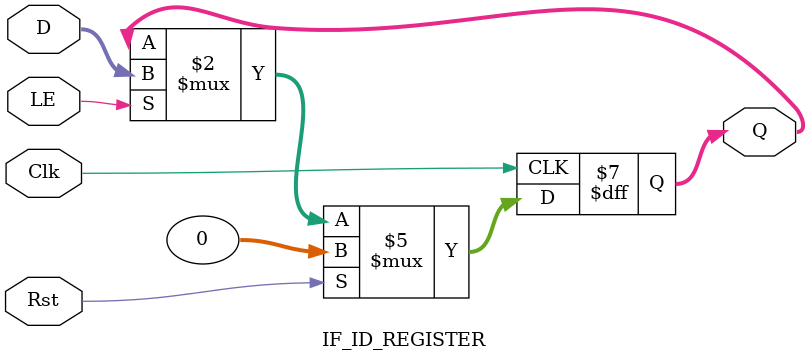
<source format=v>
module IF_ID_REGISTER (
    output reg [31:0] Q,     // 32-bit output 
    input wire [31:0] D,     // 32-bit input
    input wire LE, Rst, Clk  // Load enable, synchronous reset, clock
);
    always @(posedge Clk) begin
        if (Rst)
            Q <= 32'h0;      // Synchronous reset to 0
        else if (LE)
            Q <= D;          // Load input value if LE is high
    end
endmodule

</source>
